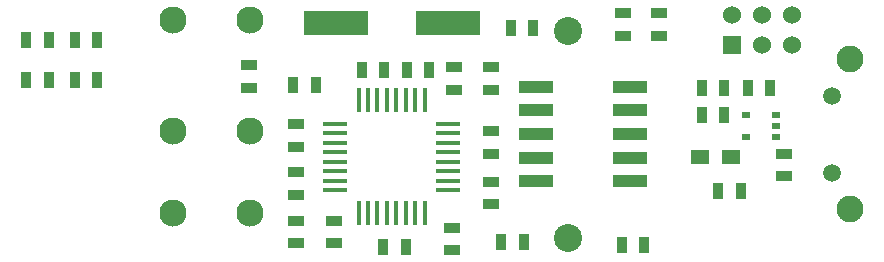
<source format=gts>
G04 (created by PCBNEW (2013-07-07 BZR 4022)-stable) date 08/02/2014 11:33:34 PM*
%MOIN*%
G04 Gerber Fmt 3.4, Leading zero omitted, Abs format*
%FSLAX34Y34*%
G01*
G70*
G90*
G04 APERTURE LIST*
%ADD10C,0.00590551*%
%ADD11R,0.0177X0.0787*%
%ADD12R,0.0787X0.0177*%
%ADD13R,0.0629921X0.0472441*%
%ADD14R,0.055X0.035*%
%ADD15R,0.035X0.055*%
%ADD16R,0.06X0.06*%
%ADD17C,0.06*%
%ADD18C,0.0590551*%
%ADD19R,0.216535X0.0787402*%
%ADD20R,0.03X0.02*%
%ADD21C,0.0905512*%
%ADD22C,0.0933071*%
%ADD23C,0.0893701*%
%ADD24R,0.11811X0.0393701*%
G04 APERTURE END LIST*
G54D10*
G54D11*
X43730Y-28746D03*
X43415Y-28746D03*
X43100Y-28746D03*
X42785Y-28746D03*
X42470Y-28746D03*
X42155Y-28746D03*
X41840Y-28746D03*
X41525Y-28746D03*
X41527Y-24980D03*
X43737Y-24980D03*
X43417Y-24980D03*
X43097Y-24980D03*
X42787Y-24980D03*
X42467Y-24980D03*
X42157Y-24980D03*
X41837Y-24980D03*
G54D12*
X40737Y-27962D03*
X40737Y-27648D03*
X40737Y-27332D03*
X40737Y-27018D03*
X40737Y-26702D03*
X40737Y-26388D03*
X40737Y-26072D03*
X40737Y-25758D03*
X44517Y-27960D03*
X44517Y-27650D03*
X44517Y-27330D03*
X44517Y-27020D03*
X44517Y-26710D03*
X44517Y-26390D03*
X44517Y-26070D03*
X44517Y-25750D03*
G54D13*
X53937Y-26850D03*
X52913Y-26850D03*
G54D14*
X39448Y-28130D03*
X39448Y-27380D03*
G54D15*
X32815Y-22952D03*
X32065Y-22952D03*
X31201Y-24291D03*
X30451Y-24291D03*
X31201Y-22952D03*
X30451Y-22952D03*
G54D14*
X44645Y-29981D03*
X44645Y-29231D03*
G54D15*
X53721Y-24566D03*
X52971Y-24566D03*
X55256Y-24566D03*
X54506Y-24566D03*
X53721Y-25472D03*
X52971Y-25472D03*
X54272Y-27992D03*
X53522Y-27992D03*
X50294Y-29803D03*
X51044Y-29803D03*
G54D14*
X39448Y-29745D03*
X39448Y-28995D03*
X39448Y-25766D03*
X39448Y-26516D03*
G54D15*
X43091Y-29881D03*
X42341Y-29881D03*
X40099Y-24448D03*
X39349Y-24448D03*
G54D14*
X37874Y-23798D03*
X37874Y-24548D03*
G54D15*
X32815Y-24291D03*
X32065Y-24291D03*
X42382Y-23976D03*
X41632Y-23976D03*
X43128Y-23976D03*
X43878Y-23976D03*
G54D14*
X55708Y-26750D03*
X55708Y-27500D03*
X44724Y-23876D03*
X44724Y-24626D03*
G54D15*
X46278Y-29685D03*
X47028Y-29685D03*
G54D14*
X51535Y-22065D03*
X51535Y-22815D03*
X50354Y-22065D03*
X50354Y-22815D03*
X45944Y-28445D03*
X45944Y-27695D03*
X45944Y-26002D03*
X45944Y-26752D03*
X45944Y-24626D03*
X45944Y-23876D03*
G54D15*
X46593Y-22559D03*
X47343Y-22559D03*
G54D14*
X40708Y-28995D03*
X40708Y-29745D03*
G54D16*
X53960Y-23137D03*
G54D17*
X53960Y-22137D03*
X54960Y-23137D03*
X54960Y-22137D03*
X55960Y-23137D03*
X55960Y-22137D03*
G54D18*
X57322Y-24842D03*
X57322Y-27401D03*
G54D19*
X40767Y-22401D03*
X44507Y-22401D03*
G54D20*
X55456Y-26205D03*
X55456Y-25455D03*
X54456Y-26205D03*
X55456Y-25830D03*
X54456Y-25455D03*
G54D21*
X37893Y-22283D03*
X35334Y-22283D03*
X37893Y-25984D03*
X35334Y-25984D03*
X37893Y-28740D03*
X35334Y-28740D03*
G54D22*
X48503Y-29553D03*
X48503Y-22651D03*
G54D23*
X57893Y-28602D03*
X57893Y-23602D03*
G54D24*
X50590Y-26102D03*
X47440Y-26102D03*
X50590Y-25314D03*
X47440Y-25314D03*
X47440Y-24527D03*
X50590Y-24527D03*
X50590Y-26889D03*
X50590Y-27677D03*
X47440Y-27677D03*
X47440Y-26889D03*
M02*

</source>
